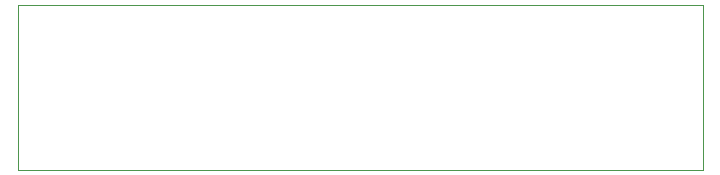
<source format=gm1>
G04 #@! TF.GenerationSoftware,KiCad,Pcbnew,7.0.2*
G04 #@! TF.CreationDate,2023-12-12T16:52:56+01:00*
G04 #@! TF.ProjectId,board_TEMT6000_waterclosedcase,626f6172-645f-4544-954d-54363030305f,rev?*
G04 #@! TF.SameCoordinates,Original*
G04 #@! TF.FileFunction,Profile,NP*
%FSLAX46Y46*%
G04 Gerber Fmt 4.6, Leading zero omitted, Abs format (unit mm)*
G04 Created by KiCad (PCBNEW 7.0.2) date 2023-12-12 16:52:56*
%MOMM*%
%LPD*%
G01*
G04 APERTURE LIST*
G04 #@! TA.AperFunction,Profile*
%ADD10C,0.100000*%
G04 #@! TD*
G04 APERTURE END LIST*
D10*
X90000000Y-91000000D02*
X90000000Y-77000000D01*
X148000000Y-91000000D02*
X148000000Y-77000000D01*
X148000000Y-77000000D02*
X90000000Y-77000000D01*
X148000000Y-91000000D02*
X90000000Y-91000000D01*
M02*

</source>
